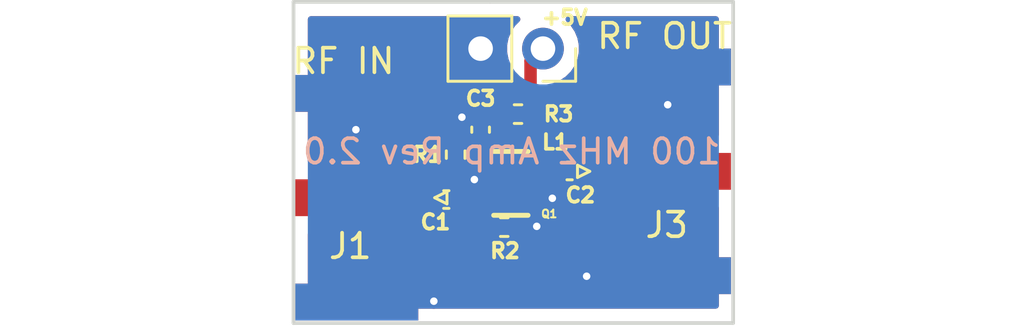
<source format=kicad_pcb>
(kicad_pcb (version 20171130) (host pcbnew "(5.1.10)-1")

  (general
    (thickness 1.6)
    (drawings 10)
    (tracks 52)
    (zones 0)
    (modules 11)
    (nets 8)
  )

  (page A4)
  (layers
    (0 F.Cu signal)
    (31 B.Cu signal)
    (32 B.Adhes user)
    (33 F.Adhes user)
    (34 B.Paste user)
    (35 F.Paste user)
    (36 B.SilkS user)
    (37 F.SilkS user)
    (38 B.Mask user)
    (39 F.Mask user)
    (40 Dwgs.User user)
    (41 Cmts.User user)
    (42 Eco1.User user)
    (43 Eco2.User user)
    (44 Edge.Cuts user)
    (45 Margin user)
    (46 B.CrtYd user)
    (47 F.CrtYd user)
    (48 B.Fab user)
    (49 F.Fab user hide)
  )

  (setup
    (last_trace_width 0.508)
    (trace_clearance 0.6096)
    (zone_clearance 0.508)
    (zone_45_only no)
    (trace_min 0.2)
    (via_size 0.6096)
    (via_drill 0.3048)
    (via_min_size 0.4)
    (via_min_drill 0.3)
    (uvia_size 0.3)
    (uvia_drill 0.1)
    (uvias_allowed no)
    (uvia_min_size 0.2)
    (uvia_min_drill 0.1)
    (edge_width 0.05)
    (segment_width 0.2)
    (pcb_text_width 0.3)
    (pcb_text_size 1.5 1.5)
    (mod_edge_width 0.12)
    (mod_text_size 1 1)
    (mod_text_width 0.15)
    (pad_size 1.7 1.7)
    (pad_drill 1)
    (pad_to_mask_clearance 0)
    (aux_axis_origin 0 0)
    (visible_elements FFFFFF7F)
    (pcbplotparams
      (layerselection 0x010fc_ffffffff)
      (usegerberextensions false)
      (usegerberattributes true)
      (usegerberadvancedattributes true)
      (creategerberjobfile true)
      (excludeedgelayer true)
      (linewidth 0.100000)
      (plotframeref false)
      (viasonmask false)
      (mode 1)
      (useauxorigin false)
      (hpglpennumber 1)
      (hpglpenspeed 20)
      (hpglpendiameter 15.000000)
      (psnegative false)
      (psa4output false)
      (plotreference true)
      (plotvalue true)
      (plotinvisibletext false)
      (padsonsilk false)
      (subtractmaskfromsilk false)
      (outputformat 1)
      (mirror false)
      (drillshape 1)
      (scaleselection 1)
      (outputdirectory ""))
  )

  (net 0 "")
  (net 1 "Net-(C1-Pad2)")
  (net 2 "Net-(C1-Pad1)")
  (net 3 "Net-(C2-Pad2)")
  (net 4 "Net-(C2-Pad1)")
  (net 5 GNDREF)
  (net 6 +5V)
  (net 7 "Net-(C3-Pad2)")

  (net_class Default "This is the default net class."
    (clearance 0.6096)
    (trace_width 0.508)
    (via_dia 0.6096)
    (via_drill 0.3048)
    (uvia_dia 0.3)
    (uvia_drill 0.1)
    (add_net +5V)
    (add_net GNDREF)
    (add_net "Net-(C1-Pad1)")
    (add_net "Net-(C1-Pad2)")
    (add_net "Net-(C2-Pad1)")
    (add_net "Net-(C2-Pad2)")
    (add_net "Net-(C3-Pad2)")
  )

  (module Inductor_SMD:L_0402_1005Metric (layer F.Cu) (tedit 5F68FEF0) (tstamp 62E06503)
    (at 137.818 60.071)
    (descr "Inductor SMD 0402 (1005 Metric), square (rectangular) end terminal, IPC_7351 nominal, (Body size source: http://www.tortai-tech.com/upload/download/2011102023233369053.pdf), generated with kicad-footprint-generator")
    (tags inductor)
    (path /62E22DC6)
    (attr smd)
    (fp_text reference L1 (at 1.501 0) (layer F.SilkS)
      (effects (font (size 0.6 0.6) (thickness 0.15)))
    )
    (fp_text value INDUCTOR (at 0 1.17) (layer F.Fab)
      (effects (font (size 1 1) (thickness 0.15)))
    )
    (fp_text user %R (at 0 0) (layer F.Fab)
      (effects (font (size 0.25 0.25) (thickness 0.04)))
    )
    (fp_line (start -0.5 0.25) (end -0.5 -0.25) (layer F.Fab) (width 0.1))
    (fp_line (start -0.5 -0.25) (end 0.5 -0.25) (layer F.Fab) (width 0.1))
    (fp_line (start 0.5 -0.25) (end 0.5 0.25) (layer F.Fab) (width 0.1))
    (fp_line (start 0.5 0.25) (end -0.5 0.25) (layer F.Fab) (width 0.1))
    (fp_line (start -0.93 0.47) (end -0.93 -0.47) (layer F.CrtYd) (width 0.05))
    (fp_line (start -0.93 -0.47) (end 0.93 -0.47) (layer F.CrtYd) (width 0.05))
    (fp_line (start 0.93 -0.47) (end 0.93 0.47) (layer F.CrtYd) (width 0.05))
    (fp_line (start 0.93 0.47) (end -0.93 0.47) (layer F.CrtYd) (width 0.05))
    (pad 2 smd roundrect (at 0.485 0) (size 0.59 0.64) (layers F.Cu F.Paste F.Mask) (roundrect_rratio 0.25)
      (net 4 "Net-(C2-Pad1)"))
    (pad 1 smd roundrect (at -0.485 0) (size 0.59 0.64) (layers F.Cu F.Paste F.Mask) (roundrect_rratio 0.25)
      (net 7 "Net-(C3-Pad2)"))
    (model ${KISYS3DMOD}/Inductor_SMD.3dshapes/L_0402_1005Metric.wrl
      (at (xyz 0 0 0))
      (scale (xyz 1 1 1))
      (rotate (xyz 0 0 0))
    )
  )

  (module Capacitor_SMD:C_0402_1005Metric (layer F.Cu) (tedit 5F68FEEE) (tstamp 62E06457)
    (at 136.271 59.563 270)
    (descr "Capacitor SMD 0402 (1005 Metric), square (rectangular) end terminal, IPC_7351 nominal, (Body size source: IPC-SM-782 page 76, https://www.pcb-3d.com/wordpress/wp-content/uploads/ipc-sm-782a_amendment_1_and_2.pdf), generated with kicad-footprint-generator")
    (tags capacitor)
    (path /62E24255)
    (attr smd)
    (fp_text reference C3 (at -1.27 0 180) (layer F.SilkS)
      (effects (font (size 0.6 0.6) (thickness 0.15)))
    )
    (fp_text value CAP (at 0 1.16 90) (layer F.Fab)
      (effects (font (size 1 1) (thickness 0.15)))
    )
    (fp_text user %R (at 0 0 90) (layer F.Fab)
      (effects (font (size 0.25 0.25) (thickness 0.04)))
    )
    (fp_line (start -0.5 0.25) (end -0.5 -0.25) (layer F.Fab) (width 0.1))
    (fp_line (start -0.5 -0.25) (end 0.5 -0.25) (layer F.Fab) (width 0.1))
    (fp_line (start 0.5 -0.25) (end 0.5 0.25) (layer F.Fab) (width 0.1))
    (fp_line (start 0.5 0.25) (end -0.5 0.25) (layer F.Fab) (width 0.1))
    (fp_line (start -0.107836 -0.36) (end 0.107836 -0.36) (layer F.SilkS) (width 0.12))
    (fp_line (start -0.107836 0.36) (end 0.107836 0.36) (layer F.SilkS) (width 0.12))
    (fp_line (start -0.91 0.46) (end -0.91 -0.46) (layer F.CrtYd) (width 0.05))
    (fp_line (start -0.91 -0.46) (end 0.91 -0.46) (layer F.CrtYd) (width 0.05))
    (fp_line (start 0.91 -0.46) (end 0.91 0.46) (layer F.CrtYd) (width 0.05))
    (fp_line (start 0.91 0.46) (end -0.91 0.46) (layer F.CrtYd) (width 0.05))
    (pad 2 smd roundrect (at 0.48 0 270) (size 0.56 0.62) (layers F.Cu F.Paste F.Mask) (roundrect_rratio 0.25)
      (net 7 "Net-(C3-Pad2)"))
    (pad 1 smd roundrect (at -0.48 0 270) (size 0.56 0.62) (layers F.Cu F.Paste F.Mask) (roundrect_rratio 0.25)
      (net 5 GNDREF))
    (model ${KISYS3DMOD}/Capacitor_SMD.3dshapes/C_0402_1005Metric.wrl
      (at (xyz 0 0 0))
      (scale (xyz 1 1 1))
      (rotate (xyz 0 0 0))
    )
  )

  (module Resistor_SMD:R_0402_1005Metric (layer F.Cu) (tedit 5F68FEEE) (tstamp 62E055CA)
    (at 137.795 58.928 180)
    (descr "Resistor SMD 0402 (1005 Metric), square (rectangular) end terminal, IPC_7351 nominal, (Body size source: IPC-SM-782 page 72, https://www.pcb-3d.com/wordpress/wp-content/uploads/ipc-sm-782a_amendment_1_and_2.pdf), generated with kicad-footprint-generator")
    (tags resistor)
    (path /62E04B61)
    (attr smd)
    (fp_text reference R3 (at -1.651 0) (layer F.SilkS)
      (effects (font (size 0.6 0.6) (thickness 0.15)))
    )
    (fp_text value Rc (at 0 1.17) (layer F.Fab)
      (effects (font (size 1 1) (thickness 0.15)))
    )
    (fp_text user %R (at 0 0) (layer F.Fab)
      (effects (font (size 0.26 0.26) (thickness 0.04)))
    )
    (fp_line (start -0.525 0.27) (end -0.525 -0.27) (layer F.Fab) (width 0.1))
    (fp_line (start -0.525 -0.27) (end 0.525 -0.27) (layer F.Fab) (width 0.1))
    (fp_line (start 0.525 -0.27) (end 0.525 0.27) (layer F.Fab) (width 0.1))
    (fp_line (start 0.525 0.27) (end -0.525 0.27) (layer F.Fab) (width 0.1))
    (fp_line (start -0.153641 -0.38) (end 0.153641 -0.38) (layer F.SilkS) (width 0.12))
    (fp_line (start -0.153641 0.38) (end 0.153641 0.38) (layer F.SilkS) (width 0.12))
    (fp_line (start -0.93 0.47) (end -0.93 -0.47) (layer F.CrtYd) (width 0.05))
    (fp_line (start -0.93 -0.47) (end 0.93 -0.47) (layer F.CrtYd) (width 0.05))
    (fp_line (start 0.93 -0.47) (end 0.93 0.47) (layer F.CrtYd) (width 0.05))
    (fp_line (start 0.93 0.47) (end -0.93 0.47) (layer F.CrtYd) (width 0.05))
    (pad 2 smd roundrect (at 0.51 0 180) (size 0.54 0.64) (layers F.Cu F.Paste F.Mask) (roundrect_rratio 0.25)
      (net 7 "Net-(C3-Pad2)"))
    (pad 1 smd roundrect (at -0.51 0 180) (size 0.54 0.64) (layers F.Cu F.Paste F.Mask) (roundrect_rratio 0.25)
      (net 6 +5V))
    (model ${KISYS3DMOD}/Resistor_SMD.3dshapes/R_0402_1005Metric.wrl
      (at (xyz 0 0 0))
      (scale (xyz 1 1 1))
      (rotate (xyz 0 0 0))
    )
  )

  (module Resistor_SMD:R_0402_1005Metric (layer F.Cu) (tedit 5F68FEEE) (tstamp 62E055B9)
    (at 137.23366 63.53048)
    (descr "Resistor SMD 0402 (1005 Metric), square (rectangular) end terminal, IPC_7351 nominal, (Body size source: IPC-SM-782 page 72, https://www.pcb-3d.com/wordpress/wp-content/uploads/ipc-sm-782a_amendment_1_and_2.pdf), generated with kicad-footprint-generator")
    (tags resistor)
    (path /62E0370B)
    (attr smd)
    (fp_text reference R2 (at 0.03048 0.96774 180) (layer F.SilkS)
      (effects (font (size 0.6 0.6) (thickness 0.15)))
    )
    (fp_text value RB2 (at 0 1.17) (layer F.Fab)
      (effects (font (size 1 1) (thickness 0.15)))
    )
    (fp_text user %R (at 0 0) (layer F.Fab)
      (effects (font (size 0.26 0.26) (thickness 0.04)))
    )
    (fp_line (start -0.525 0.27) (end -0.525 -0.27) (layer F.Fab) (width 0.1))
    (fp_line (start -0.525 -0.27) (end 0.525 -0.27) (layer F.Fab) (width 0.1))
    (fp_line (start 0.525 -0.27) (end 0.525 0.27) (layer F.Fab) (width 0.1))
    (fp_line (start 0.525 0.27) (end -0.525 0.27) (layer F.Fab) (width 0.1))
    (fp_line (start -0.153641 -0.38) (end 0.153641 -0.38) (layer F.SilkS) (width 0.12))
    (fp_line (start -0.153641 0.38) (end 0.153641 0.38) (layer F.SilkS) (width 0.12))
    (fp_line (start -0.93 0.47) (end -0.93 -0.47) (layer F.CrtYd) (width 0.05))
    (fp_line (start -0.93 -0.47) (end 0.93 -0.47) (layer F.CrtYd) (width 0.05))
    (fp_line (start 0.93 -0.47) (end 0.93 0.47) (layer F.CrtYd) (width 0.05))
    (fp_line (start 0.93 0.47) (end -0.93 0.47) (layer F.CrtYd) (width 0.05))
    (pad 2 smd roundrect (at 0.51 0) (size 0.54 0.64) (layers F.Cu F.Paste F.Mask) (roundrect_rratio 0.25)
      (net 5 GNDREF))
    (pad 1 smd roundrect (at -0.51 0) (size 0.54 0.64) (layers F.Cu F.Paste F.Mask) (roundrect_rratio 0.25)
      (net 1 "Net-(C1-Pad2)"))
    (model ${KISYS3DMOD}/Resistor_SMD.3dshapes/R_0402_1005Metric.wrl
      (at (xyz 0 0 0))
      (scale (xyz 1 1 1))
      (rotate (xyz 0 0 0))
    )
  )

  (module Resistor_SMD:R_0402_1005Metric (layer F.Cu) (tedit 5F68FEEE) (tstamp 62E055A8)
    (at 135.255 60.579 270)
    (descr "Resistor SMD 0402 (1005 Metric), square (rectangular) end terminal, IPC_7351 nominal, (Body size source: IPC-SM-782 page 72, https://www.pcb-3d.com/wordpress/wp-content/uploads/ipc-sm-782a_amendment_1_and_2.pdf), generated with kicad-footprint-generator")
    (tags resistor)
    (path /62E045B5)
    (attr smd)
    (fp_text reference R1 (at 0 1.143 180) (layer F.SilkS)
      (effects (font (size 0.6 0.6) (thickness 0.15)))
    )
    (fp_text value RB1 (at 0 1.17 90) (layer F.Fab)
      (effects (font (size 1 1) (thickness 0.15)))
    )
    (fp_text user %R (at 0 0 90) (layer F.Fab)
      (effects (font (size 0.26 0.26) (thickness 0.04)))
    )
    (fp_line (start -0.525 0.27) (end -0.525 -0.27) (layer F.Fab) (width 0.1))
    (fp_line (start -0.525 -0.27) (end 0.525 -0.27) (layer F.Fab) (width 0.1))
    (fp_line (start 0.525 -0.27) (end 0.525 0.27) (layer F.Fab) (width 0.1))
    (fp_line (start 0.525 0.27) (end -0.525 0.27) (layer F.Fab) (width 0.1))
    (fp_line (start -0.153641 -0.38) (end 0.153641 -0.38) (layer F.SilkS) (width 0.12))
    (fp_line (start -0.153641 0.38) (end 0.153641 0.38) (layer F.SilkS) (width 0.12))
    (fp_line (start -0.93 0.47) (end -0.93 -0.47) (layer F.CrtYd) (width 0.05))
    (fp_line (start -0.93 -0.47) (end 0.93 -0.47) (layer F.CrtYd) (width 0.05))
    (fp_line (start 0.93 -0.47) (end 0.93 0.47) (layer F.CrtYd) (width 0.05))
    (fp_line (start 0.93 0.47) (end -0.93 0.47) (layer F.CrtYd) (width 0.05))
    (pad 2 smd roundrect (at 0.51 0 270) (size 0.54 0.64) (layers F.Cu F.Paste F.Mask) (roundrect_rratio 0.25)
      (net 1 "Net-(C1-Pad2)"))
    (pad 1 smd roundrect (at -0.51 0 270) (size 0.54 0.64) (layers F.Cu F.Paste F.Mask) (roundrect_rratio 0.25)
      (net 7 "Net-(C3-Pad2)"))
    (model ${KISYS3DMOD}/Resistor_SMD.3dshapes/R_0402_1005Metric.wrl
      (at (xyz 0 0 0))
      (scale (xyz 1 1 1))
      (rotate (xyz 0 0 0))
    )
  )

  (module "EPIC PARTS:SOT343" (layer F.Cu) (tedit 62DFF902) (tstamp 62E05597)
    (at 137.5029 61.74994 90)
    (path /62DFF254)
    (fp_text reference Q1 (at -1.24206 1.5621) (layer F.SilkS)
      (effects (font (size 0.315479 0.315479) (thickness 0.07887)))
    )
    (fp_text value 4_Pin_NPN (at 0.14506 -0.005002 90) (layer F.Fab)
      (effects (font (size 0.315094 0.315094) (thickness 0.05)))
    )
    (fp_line (start 1.3 0.7) (end 1.3 -0.7) (layer F.SilkS) (width 0.2))
    (fp_line (start -1.3 0.7) (end -1.3 -0.7) (layer F.SilkS) (width 0.2))
    (pad 2 smd rect (at -0.65 0.8 90) (size 0.6 0.8) (layers F.Cu F.Paste F.Mask)
      (net 5 GNDREF))
    (pad 1 smd rect (at 0.5 0.8 90) (size 0.9 0.8) (layers F.Cu F.Paste F.Mask)
      (net 4 "Net-(C2-Pad1)"))
    (pad 4 smd rect (at 0.65 -0.8 90) (size 0.6 0.8) (layers F.Cu F.Paste F.Mask)
      (net 5 GNDREF))
    (pad 3 smd rect (at -0.65 -0.8 90) (size 0.6 0.8) (layers F.Cu F.Paste F.Mask)
      (net 1 "Net-(C1-Pad2)"))
  )

  (module Connector_Coaxial:SMA_Amphenol_132289_EdgeMount (layer F.Cu) (tedit 5A1C1810) (tstamp 62E0558D)
    (at 143.92656 61.25972)
    (descr http://www.amphenolrf.com/132289.html)
    (tags SMA)
    (path /62E0C60F)
    (attr smd)
    (fp_text reference J3 (at -0.07366 2.18694 180) (layer F.SilkS)
      (effects (font (size 1 1) (thickness 0.15)))
    )
    (fp_text value OUT (at 5 6) (layer F.Fab)
      (effects (font (size 1 1) (thickness 0.15)))
    )
    (fp_text user %R (at 4.79 0 270) (layer F.Fab)
      (effects (font (size 1 1) (thickness 0.15)))
    )
    (fp_line (start -3.71 0.25) (end -3.21 0) (layer F.SilkS) (width 0.12))
    (fp_line (start -3.71 -0.25) (end -3.71 0.25) (layer F.SilkS) (width 0.12))
    (fp_line (start -3.21 0) (end -3.71 -0.25) (layer F.SilkS) (width 0.12))
    (fp_line (start 3.54 0) (end 2.54 0.75) (layer F.Fab) (width 0.1))
    (fp_line (start 2.54 -0.75) (end 3.54 0) (layer F.Fab) (width 0.1))
    (fp_line (start 14.47 -5.58) (end -3.04 -5.58) (layer F.CrtYd) (width 0.05))
    (fp_line (start 14.47 -5.58) (end 14.47 5.58) (layer F.CrtYd) (width 0.05))
    (fp_line (start 14.47 5.58) (end -3.04 5.58) (layer F.CrtYd) (width 0.05))
    (fp_line (start -3.04 5.58) (end -3.04 -5.58) (layer F.CrtYd) (width 0.05))
    (fp_line (start 14.47 -5.58) (end -3.04 -5.58) (layer B.CrtYd) (width 0.05))
    (fp_line (start 14.47 -5.58) (end 14.47 5.58) (layer B.CrtYd) (width 0.05))
    (fp_line (start 14.47 5.58) (end -3.04 5.58) (layer B.CrtYd) (width 0.05))
    (fp_line (start -3.04 5.58) (end -3.04 -5.58) (layer B.CrtYd) (width 0.05))
    (fp_line (start 4.445 -3.81) (end 13.97 -3.81) (layer F.Fab) (width 0.1))
    (fp_line (start 13.97 -3.81) (end 13.97 3.81) (layer F.Fab) (width 0.1))
    (fp_line (start 13.97 3.81) (end 4.445 3.81) (layer F.Fab) (width 0.1))
    (fp_line (start 4.445 5.08) (end 4.445 3.81) (layer F.Fab) (width 0.1))
    (fp_line (start 4.445 -3.81) (end 4.445 -5.08) (layer F.Fab) (width 0.1))
    (fp_line (start -1.91 -5.08) (end 4.445 -5.08) (layer F.Fab) (width 0.1))
    (fp_line (start -1.91 -5.08) (end -1.91 -3.81) (layer F.Fab) (width 0.1))
    (fp_line (start -1.91 -3.81) (end 2.54 -3.81) (layer F.Fab) (width 0.1))
    (fp_line (start 2.54 -3.81) (end 2.54 3.81) (layer F.Fab) (width 0.1))
    (fp_line (start 2.54 3.81) (end -1.91 3.81) (layer F.Fab) (width 0.1))
    (fp_line (start -1.91 3.81) (end -1.91 5.08) (layer F.Fab) (width 0.1))
    (fp_line (start -1.91 5.08) (end 4.445 5.08) (layer F.Fab) (width 0.1))
    (pad 1 smd rect (at 0 0 90) (size 1.5 5.08) (layers F.Cu F.Paste F.Mask)
      (net 3 "Net-(C2-Pad2)"))
    (pad 2 smd rect (at 0 -4.25 90) (size 1.5 5.08) (layers F.Cu F.Paste F.Mask)
      (net 5 GNDREF))
    (pad 2 smd rect (at 0 4.25 90) (size 1.5 5.08) (layers F.Cu F.Paste F.Mask)
      (net 5 GNDREF))
    (pad 2 smd rect (at 0 -4.25 90) (size 1.5 5.08) (layers B.Cu B.Paste B.Mask)
      (net 5 GNDREF))
    (pad 2 smd rect (at 0 4.25 90) (size 1.5 5.08) (layers B.Cu B.Paste B.Mask)
      (net 5 GNDREF))
    (model ${KISYS3DMOD}/Connector_Coaxial.3dshapes/SMA_Amphenol_132289_EdgeMount.wrl
      (at (xyz 0 0 0))
      (scale (xyz 1 1 1))
      (rotate (xyz 0 0 0))
    )
  )

  (module Connector_PinSocket_2.54mm:PinSocket_1x02_P2.54mm_Vertical (layer F.Cu) (tedit 62DFFB85) (tstamp 62E0556A)
    (at 138.811 56.261 270)
    (descr "Through hole straight socket strip, 1x02, 2.54mm pitch, single row (from Kicad 4.0.7), script generated")
    (tags "Through hole socket strip THT 1x02 2.54mm single row")
    (path /62E07986)
    (fp_text reference +5V (at -1.27 -0.889) (layer F.SilkS)
      (effects (font (size 0.6 0.6) (thickness 0.15)))
    )
    (fp_text value Conn_01x02_Male (at 0 5.31 90) (layer F.Fab)
      (effects (font (size 1 1) (thickness 0.15)))
    )
    (fp_text user %R (at 0 1.27) (layer F.Fab)
      (effects (font (size 1 1) (thickness 0.15)))
    )
    (fp_line (start -1.27 -1.27) (end 0.635 -1.27) (layer F.Fab) (width 0.1))
    (fp_line (start 0.635 -1.27) (end 1.27 -0.635) (layer F.Fab) (width 0.1))
    (fp_line (start 1.27 -0.635) (end 1.27 3.81) (layer F.Fab) (width 0.1))
    (fp_line (start 1.27 3.81) (end -1.27 3.81) (layer F.Fab) (width 0.1))
    (fp_line (start -1.27 3.81) (end -1.27 -1.27) (layer F.Fab) (width 0.1))
    (fp_line (start -1.33 1.27) (end 1.33 1.27) (layer F.SilkS) (width 0.12))
    (fp_line (start -1.33 1.27) (end -1.33 3.87) (layer F.SilkS) (width 0.12))
    (fp_line (start -1.33 3.87) (end 1.33 3.87) (layer F.SilkS) (width 0.12))
    (fp_line (start 1.33 1.27) (end 1.33 3.87) (layer F.SilkS) (width 0.12))
    (fp_line (start 1.33 -1.33) (end 1.33 0) (layer F.SilkS) (width 0.12))
    (fp_line (start 0 -1.33) (end 1.33 -1.33) (layer F.SilkS) (width 0.12))
    (fp_line (start -1.8 -1.8) (end 1.75 -1.8) (layer F.CrtYd) (width 0.05))
    (fp_line (start 1.75 -1.8) (end 1.75 4.3) (layer F.CrtYd) (width 0.05))
    (fp_line (start 1.75 4.3) (end -1.8 4.3) (layer F.CrtYd) (width 0.05))
    (fp_line (start -1.8 4.3) (end -1.8 -1.8) (layer F.CrtYd) (width 0.05))
    (pad 2 thru_hole oval (at 0 2.54 270) (size 1.7 1.7) (drill 1) (layers *.Cu *.Mask)
      (net 5 GNDREF))
    (pad 1 thru_hole circle (at 0 0 270) (size 1.7 1.7) (drill 1) (layers *.Cu *.Mask)
      (net 6 +5V))
    (model ${KISYS3DMOD}/Connector_PinSocket_2.54mm.3dshapes/PinSocket_1x02_P2.54mm_Vertical.wrl
      (at (xyz 0 0 0))
      (scale (xyz 1 1 1))
      (rotate (xyz 0 0 0))
    )
  )

  (module Connector_Coaxial:SMA_Amphenol_132289_EdgeMount (layer F.Cu) (tedit 5A1C1810) (tstamp 62E05554)
    (at 131.191 62.33414 180)
    (descr http://www.amphenolrf.com/132289.html)
    (tags SMA)
    (path /62E0D90F)
    (attr smd)
    (fp_text reference J1 (at 0.2286 -1.97104 180) (layer F.SilkS)
      (effects (font (size 1 1) (thickness 0.15)))
    )
    (fp_text value IN (at 5 6) (layer F.Fab)
      (effects (font (size 1 1) (thickness 0.15)))
    )
    (fp_text user %R (at 4.79 0 270) (layer F.Fab)
      (effects (font (size 1 1) (thickness 0.15)))
    )
    (fp_line (start -3.71 0.25) (end -3.21 0) (layer F.SilkS) (width 0.12))
    (fp_line (start -3.71 -0.25) (end -3.71 0.25) (layer F.SilkS) (width 0.12))
    (fp_line (start -3.21 0) (end -3.71 -0.25) (layer F.SilkS) (width 0.12))
    (fp_line (start 3.54 0) (end 2.54 0.75) (layer F.Fab) (width 0.1))
    (fp_line (start 2.54 -0.75) (end 3.54 0) (layer F.Fab) (width 0.1))
    (fp_line (start 14.47 -5.58) (end -3.04 -5.58) (layer F.CrtYd) (width 0.05))
    (fp_line (start 14.47 -5.58) (end 14.47 5.58) (layer F.CrtYd) (width 0.05))
    (fp_line (start 14.47 5.58) (end -3.04 5.58) (layer F.CrtYd) (width 0.05))
    (fp_line (start -3.04 5.58) (end -3.04 -5.58) (layer F.CrtYd) (width 0.05))
    (fp_line (start 14.47 -5.58) (end -3.04 -5.58) (layer B.CrtYd) (width 0.05))
    (fp_line (start 14.47 -5.58) (end 14.47 5.58) (layer B.CrtYd) (width 0.05))
    (fp_line (start 14.47 5.58) (end -3.04 5.58) (layer B.CrtYd) (width 0.05))
    (fp_line (start -3.04 5.58) (end -3.04 -5.58) (layer B.CrtYd) (width 0.05))
    (fp_line (start 4.445 -3.81) (end 13.97 -3.81) (layer F.Fab) (width 0.1))
    (fp_line (start 13.97 -3.81) (end 13.97 3.81) (layer F.Fab) (width 0.1))
    (fp_line (start 13.97 3.81) (end 4.445 3.81) (layer F.Fab) (width 0.1))
    (fp_line (start 4.445 5.08) (end 4.445 3.81) (layer F.Fab) (width 0.1))
    (fp_line (start 4.445 -3.81) (end 4.445 -5.08) (layer F.Fab) (width 0.1))
    (fp_line (start -1.91 -5.08) (end 4.445 -5.08) (layer F.Fab) (width 0.1))
    (fp_line (start -1.91 -5.08) (end -1.91 -3.81) (layer F.Fab) (width 0.1))
    (fp_line (start -1.91 -3.81) (end 2.54 -3.81) (layer F.Fab) (width 0.1))
    (fp_line (start 2.54 -3.81) (end 2.54 3.81) (layer F.Fab) (width 0.1))
    (fp_line (start 2.54 3.81) (end -1.91 3.81) (layer F.Fab) (width 0.1))
    (fp_line (start -1.91 3.81) (end -1.91 5.08) (layer F.Fab) (width 0.1))
    (fp_line (start -1.91 5.08) (end 4.445 5.08) (layer F.Fab) (width 0.1))
    (pad 1 smd rect (at 0 0 270) (size 1.5 5.08) (layers F.Cu F.Paste F.Mask)
      (net 2 "Net-(C1-Pad1)"))
    (pad 2 smd rect (at 0 -4.25 270) (size 1.5 5.08) (layers F.Cu F.Paste F.Mask)
      (net 5 GNDREF))
    (pad 2 smd rect (at 0 4.25 270) (size 1.5 5.08) (layers F.Cu F.Paste F.Mask)
      (net 5 GNDREF))
    (pad 2 smd rect (at 0 -4.25 270) (size 1.5 5.08) (layers B.Cu B.Paste B.Mask)
      (net 5 GNDREF))
    (pad 2 smd rect (at 0 4.25 270) (size 1.5 5.08) (layers B.Cu B.Paste B.Mask)
      (net 5 GNDREF))
    (model ${KISYS3DMOD}/Connector_Coaxial.3dshapes/SMA_Amphenol_132289_EdgeMount.wrl
      (at (xyz 0 0 0))
      (scale (xyz 1 1 1))
      (rotate (xyz 0 0 0))
    )
  )

  (module Capacitor_SMD:C_0402_1005Metric (layer F.Cu) (tedit 5F68FEEE) (tstamp 62E05531)
    (at 139.89558 61.24448)
    (descr "Capacitor SMD 0402 (1005 Metric), square (rectangular) end terminal, IPC_7351 nominal, (Body size source: IPC-SM-782 page 76, https://www.pcb-3d.com/wordpress/wp-content/uploads/ipc-sm-782a_amendment_1_and_2.pdf), generated with kicad-footprint-generator")
    (tags capacitor)
    (path /62E01B50)
    (attr smd)
    (fp_text reference C2 (at 0.43942 0.98552) (layer F.SilkS)
      (effects (font (size 0.6 0.6) (thickness 0.15)))
    )
    (fp_text value CAP (at 0 1.16) (layer F.Fab)
      (effects (font (size 1 1) (thickness 0.15)))
    )
    (fp_text user %R (at 0 0) (layer F.Fab)
      (effects (font (size 0.25 0.25) (thickness 0.04)))
    )
    (fp_line (start -0.5 0.25) (end -0.5 -0.25) (layer F.Fab) (width 0.1))
    (fp_line (start -0.5 -0.25) (end 0.5 -0.25) (layer F.Fab) (width 0.1))
    (fp_line (start 0.5 -0.25) (end 0.5 0.25) (layer F.Fab) (width 0.1))
    (fp_line (start 0.5 0.25) (end -0.5 0.25) (layer F.Fab) (width 0.1))
    (fp_line (start -0.107836 -0.36) (end 0.107836 -0.36) (layer F.SilkS) (width 0.12))
    (fp_line (start -0.107836 0.36) (end 0.107836 0.36) (layer F.SilkS) (width 0.12))
    (fp_line (start -0.91 0.46) (end -0.91 -0.46) (layer F.CrtYd) (width 0.05))
    (fp_line (start -0.91 -0.46) (end 0.91 -0.46) (layer F.CrtYd) (width 0.05))
    (fp_line (start 0.91 -0.46) (end 0.91 0.46) (layer F.CrtYd) (width 0.05))
    (fp_line (start 0.91 0.46) (end -0.91 0.46) (layer F.CrtYd) (width 0.05))
    (pad 2 smd roundrect (at 0.48 0) (size 0.56 0.62) (layers F.Cu F.Paste F.Mask) (roundrect_rratio 0.25)
      (net 3 "Net-(C2-Pad2)"))
    (pad 1 smd roundrect (at -0.48 0) (size 0.56 0.62) (layers F.Cu F.Paste F.Mask) (roundrect_rratio 0.25)
      (net 4 "Net-(C2-Pad1)"))
    (model ${KISYS3DMOD}/Capacitor_SMD.3dshapes/C_0402_1005Metric.wrl
      (at (xyz 0 0 0))
      (scale (xyz 1 1 1))
      (rotate (xyz 0 0 0))
    )
  )

  (module Capacitor_SMD:C_0402_1005Metric (layer F.Cu) (tedit 5F68FEEE) (tstamp 62E05520)
    (at 134.874 62.4078)
    (descr "Capacitor SMD 0402 (1005 Metric), square (rectangular) end terminal, IPC_7351 nominal, (Body size source: IPC-SM-782 page 76, https://www.pcb-3d.com/wordpress/wp-content/uploads/ipc-sm-782a_amendment_1_and_2.pdf), generated with kicad-footprint-generator")
    (tags capacitor)
    (path /62E034C3)
    (attr smd)
    (fp_text reference C1 (at -0.44202 0.91948) (layer F.SilkS)
      (effects (font (size 0.6 0.6) (thickness 0.15)))
    )
    (fp_text value CAP (at 0 1.16) (layer F.Fab)
      (effects (font (size 1 1) (thickness 0.15)))
    )
    (fp_text user %R (at 0 0) (layer F.Fab)
      (effects (font (size 0.25 0.25) (thickness 0.04)))
    )
    (fp_line (start -0.5 0.25) (end -0.5 -0.25) (layer F.Fab) (width 0.1))
    (fp_line (start -0.5 -0.25) (end 0.5 -0.25) (layer F.Fab) (width 0.1))
    (fp_line (start 0.5 -0.25) (end 0.5 0.25) (layer F.Fab) (width 0.1))
    (fp_line (start 0.5 0.25) (end -0.5 0.25) (layer F.Fab) (width 0.1))
    (fp_line (start -0.107836 -0.36) (end 0.107836 -0.36) (layer F.SilkS) (width 0.12))
    (fp_line (start -0.107836 0.36) (end 0.107836 0.36) (layer F.SilkS) (width 0.12))
    (fp_line (start -0.91 0.46) (end -0.91 -0.46) (layer F.CrtYd) (width 0.05))
    (fp_line (start -0.91 -0.46) (end 0.91 -0.46) (layer F.CrtYd) (width 0.05))
    (fp_line (start 0.91 -0.46) (end 0.91 0.46) (layer F.CrtYd) (width 0.05))
    (fp_line (start 0.91 0.46) (end -0.91 0.46) (layer F.CrtYd) (width 0.05))
    (pad 2 smd roundrect (at 0.48 0) (size 0.56 0.62) (layers F.Cu F.Paste F.Mask) (roundrect_rratio 0.25)
      (net 1 "Net-(C1-Pad2)"))
    (pad 1 smd roundrect (at -0.48 0) (size 0.56 0.62) (layers F.Cu F.Paste F.Mask) (roundrect_rratio 0.25)
      (net 2 "Net-(C1-Pad1)"))
    (model ${KISYS3DMOD}/Capacitor_SMD.3dshapes/C_0402_1005Metric.wrl
      (at (xyz 0 0 0))
      (scale (xyz 1 1 1))
      (rotate (xyz 0 0 0))
    )
  )

  (gr_text "RF IN" (at 130.683 56.769) (layer F.SilkS)
    (effects (font (size 1 1) (thickness 0.15)))
  )
  (gr_text "RF OUT\n" (at 143.764 55.753) (layer F.SilkS)
    (effects (font (size 1 1) (thickness 0.15)))
  )
  (gr_text "100 MHz Amp Rev 2.0" (at 137.541 60.452) (layer B.SilkS)
    (effects (font (size 1 1) (thickness 0.15)) (justify mirror))
  )
  (gr_line (start 128.651 67.437) (end 128.651 54.356) (layer Edge.Cuts) (width 0.15))
  (gr_line (start 136.652 54.356) (end 128.651 54.356) (layer Edge.Cuts) (width 0.15))
  (gr_line (start 146.431 54.356) (end 146.558 54.356) (layer Dwgs.User) (width 0.15) (tstamp 62E05D61))
  (gr_line (start 146.558 54.356) (end 146.431 54.356) (layer Dwgs.User) (width 0.15))
  (gr_line (start 136.652 54.356) (end 146.558 54.356) (layer Edge.Cuts) (width 0.15))
  (gr_line (start 146.558 67.437) (end 146.558 54.356) (layer Edge.Cuts) (width 0.15))
  (gr_line (start 128.651 67.437) (end 146.558 67.437) (layer Edge.Cuts) (width 0.15))

  (segment (start 135.255 62.3088) (end 135.354 62.4078) (width 0.508) (layer F.Cu) (net 1))
  (segment (start 135.255 61.089) (end 135.255 62.3088) (width 0.508) (layer F.Cu) (net 1))
  (segment (start 135.36186 62.39994) (end 135.354 62.4078) (width 0.508) (layer F.Cu) (net 1))
  (segment (start 136.7029 62.39994) (end 135.36186 62.39994) (width 0.508) (layer F.Cu) (net 1))
  (segment (start 136.7029 63.50972) (end 136.72366 63.53048) (width 0.508) (layer F.Cu) (net 1))
  (segment (start 136.7029 62.39994) (end 136.7029 63.50972) (width 0.508) (layer F.Cu) (net 1))
  (segment (start 131.26466 62.4078) (end 131.191 62.33414) (width 0.508) (layer F.Cu) (net 2))
  (segment (start 134.394 62.4078) (end 131.26466 62.4078) (width 0.508) (layer F.Cu) (net 2))
  (segment (start 143.91132 61.24448) (end 143.92656 61.25972) (width 0.508) (layer F.Cu) (net 3))
  (segment (start 140.37558 61.24448) (end 143.91132 61.24448) (width 0.508) (layer F.Cu) (net 3))
  (segment (start 138.303 61.24984) (end 138.3029 61.24994) (width 0.508) (layer F.Cu) (net 4))
  (segment (start 138.303 60.071) (end 138.303 61.24984) (width 0.508) (layer F.Cu) (net 4))
  (segment (start 139.41012 61.24994) (end 139.41558 61.24448) (width 0.508) (layer F.Cu) (net 4))
  (segment (start 138.3029 61.24994) (end 139.41012 61.24994) (width 0.508) (layer F.Cu) (net 4))
  (via (at 138.557 63.5) (size 0.6096) (drill 0.3048) (layers F.Cu B.Cu) (net 5))
  (segment (start 138.52652 63.53048) (end 138.557 63.5) (width 0.508) (layer F.Cu) (net 5))
  (segment (start 137.74366 63.53048) (end 138.52652 63.53048) (width 0.508) (layer F.Cu) (net 5))
  (via (at 139.192 62.357) (size 0.6096) (drill 0.3048) (layers F.Cu B.Cu) (net 5))
  (segment (start 139.14906 62.39994) (end 139.192 62.357) (width 0.508) (layer F.Cu) (net 5))
  (segment (start 138.3029 62.39994) (end 139.14906 62.39994) (width 0.508) (layer F.Cu) (net 5))
  (via (at 140.589 65.532) (size 0.6096) (drill 0.3048) (layers F.Cu B.Cu) (net 5))
  (segment (start 140.61128 65.50972) (end 140.589 65.532) (width 0.508) (layer B.Cu) (net 5))
  (segment (start 143.92656 65.50972) (end 140.61128 65.50972) (width 0.508) (layer B.Cu) (net 5))
  (segment (start 143.90428 65.532) (end 143.92656 65.50972) (width 0.508) (layer F.Cu) (net 5))
  (segment (start 140.589 65.532) (end 143.90428 65.532) (width 0.508) (layer F.Cu) (net 5))
  (via (at 143.891 58.547) (size 0.6096) (drill 0.3048) (layers F.Cu B.Cu) (net 5))
  (segment (start 143.92656 58.51144) (end 143.891 58.547) (width 0.508) (layer F.Cu) (net 5))
  (segment (start 143.92656 57.00972) (end 143.92656 58.51144) (width 0.508) (layer F.Cu) (net 5))
  (segment (start 143.891 57.04528) (end 143.92656 57.00972) (width 0.508) (layer B.Cu) (net 5))
  (segment (start 143.891 58.547) (end 143.891 57.04528) (width 0.508) (layer B.Cu) (net 5))
  (via (at 131.191 59.563) (size 0.6096) (drill 0.3048) (layers F.Cu B.Cu) (net 5))
  (segment (start 131.191 58.08414) (end 131.191 59.563) (width 0.508) (layer B.Cu) (net 5))
  (segment (start 131.191 59.563) (end 131.191 58.08414) (width 0.508) (layer F.Cu) (net 5))
  (via (at 134.366 66.548) (size 0.6096) (drill 0.3048) (layers F.Cu B.Cu) (net 5))
  (segment (start 134.32986 66.58414) (end 134.366 66.548) (width 0.508) (layer F.Cu) (net 5))
  (segment (start 131.191 66.58414) (end 134.32986 66.58414) (width 0.508) (layer F.Cu) (net 5))
  (segment (start 131.22714 66.548) (end 131.191 66.58414) (width 0.508) (layer B.Cu) (net 5))
  (segment (start 134.366 66.548) (end 131.22714 66.548) (width 0.508) (layer B.Cu) (net 5))
  (via (at 135.509 59.055) (size 0.6096) (drill 0.3048) (layers F.Cu B.Cu) (net 5))
  (segment (start 135.537 59.083) (end 135.509 59.055) (width 0.508) (layer F.Cu) (net 5))
  (segment (start 136.271 59.083) (end 135.537 59.083) (width 0.508) (layer F.Cu) (net 5))
  (segment (start 136.51206 61.09994) (end 136.017 61.595) (width 0.508) (layer F.Cu) (net 5))
  (via (at 136.017 61.595) (size 0.6096) (drill 0.3048) (layers F.Cu B.Cu) (net 5))
  (segment (start 136.7029 61.09994) (end 136.51206 61.09994) (width 0.508) (layer F.Cu) (net 5))
  (segment (start 138.305 56.767) (end 138.811 56.261) (width 0.508) (layer F.Cu) (net 6))
  (segment (start 138.305 58.928) (end 138.305 56.767) (width 0.508) (layer F.Cu) (net 6))
  (segment (start 136.245 60.069) (end 136.271 60.043) (width 0.508) (layer F.Cu) (net 7))
  (segment (start 135.255 60.069) (end 136.245 60.069) (width 0.508) (layer F.Cu) (net 7))
  (segment (start 137.305 60.043) (end 137.333 60.071) (width 0.508) (layer F.Cu) (net 7))
  (segment (start 136.271 60.043) (end 137.305 60.043) (width 0.508) (layer F.Cu) (net 7))
  (segment (start 137.333 58.976) (end 137.285 58.928) (width 0.508) (layer F.Cu) (net 7))
  (segment (start 137.333 60.071) (end 137.333 58.976) (width 0.508) (layer F.Cu) (net 7))

  (zone (net 5) (net_name GNDREF) (layer F.Cu) (tstamp 62E06FE4) (hatch edge 0.508)
    (connect_pads yes (clearance 0.508))
    (min_thickness 0.254)
    (fill yes (arc_segments 32) (thermal_gap 0.508) (thermal_bridge_width 0.508))
    (polygon
      (pts
        (xy 146.558 67.437) (xy 128.651 67.437) (xy 128.651 54.356) (xy 146.558 54.356)
      )
    )
    (filled_polygon
      (pts
        (xy 139.898756 62.227646) (xy 140.063869 62.277732) (xy 140.23558 62.294644) (xy 140.51558 62.294644) (xy 140.687291 62.277732)
        (xy 140.697204 62.274725) (xy 140.702738 62.292969) (xy 140.771136 62.420933) (xy 140.863185 62.533095) (xy 140.975347 62.625144)
        (xy 141.103311 62.693542) (xy 141.242161 62.735662) (xy 141.38656 62.749884) (xy 145.848 62.749884) (xy 145.848 66.727)
        (xy 129.361 66.727) (xy 129.361 63.824304) (xy 133.731 63.824304) (xy 133.875399 63.810082) (xy 134.014249 63.767962)
        (xy 134.142213 63.699564) (xy 134.254375 63.607515) (xy 134.346424 63.495353) (xy 134.366409 63.457964) (xy 134.534 63.457964)
        (xy 134.705711 63.441052) (xy 134.870824 63.390966) (xy 134.874 63.389268) (xy 134.877176 63.390966) (xy 135.042289 63.441052)
        (xy 135.214 63.457964) (xy 135.494 63.457964) (xy 135.665711 63.441052) (xy 135.712301 63.426919) (xy 135.712301 63.461056)
        (xy 135.707508 63.50972) (xy 135.712301 63.558385) (xy 135.713496 63.570518) (xy 135.713496 63.71548) (xy 135.730312 63.886216)
        (xy 135.780114 64.050391) (xy 135.860988 64.201695) (xy 135.969826 64.334314) (xy 136.102445 64.443152) (xy 136.253749 64.524026)
        (xy 136.417924 64.573828) (xy 136.58866 64.590644) (xy 136.85866 64.590644) (xy 137.029396 64.573828) (xy 137.193571 64.524026)
        (xy 137.344875 64.443152) (xy 137.477494 64.334314) (xy 137.586332 64.201695) (xy 137.667206 64.050391) (xy 137.717008 63.886216)
        (xy 137.733824 63.71548) (xy 137.733824 63.34548) (xy 137.717008 63.174744) (xy 137.703279 63.129485) (xy 137.718324 63.111153)
        (xy 137.786722 62.983189) (xy 137.828842 62.844339) (xy 137.843064 62.69994) (xy 137.843064 62.434211) (xy 137.9029 62.440104)
        (xy 138.7029 62.440104) (xy 138.847299 62.425882) (xy 138.986149 62.383762) (xy 139.114113 62.315364) (xy 139.153957 62.282665)
        (xy 139.27558 62.294644) (xy 139.55558 62.294644) (xy 139.727291 62.277732) (xy 139.892404 62.227646) (xy 139.89558 62.225948)
      )
    )
    (filled_polygon
      (pts
        (xy 136.845806 61.063595) (xy 137.012325 61.114108) (xy 137.162736 61.128922) (xy 137.162736 61.365669) (xy 137.1029 61.359776)
        (xy 136.3029 61.359776) (xy 136.30178 61.359886) (xy 136.315164 61.224) (xy 136.315164 61.063164) (xy 136.441 61.063164)
        (xy 136.612711 61.046252) (xy 136.654419 61.0336) (xy 136.789689 61.0336)
      )
    )
    (filled_polygon
      (pts
        (xy 137.578607 55.249601) (xy 137.404973 55.509463) (xy 137.285372 55.798206) (xy 137.2244 56.104734) (xy 137.2244 56.417266)
        (xy 137.285372 56.723794) (xy 137.311586 56.787079) (xy 137.314401 56.815664) (xy 137.3144 57.867836) (xy 137.15 57.867836)
        (xy 136.979264 57.884652) (xy 136.815089 57.934454) (xy 136.663785 58.015328) (xy 136.531166 58.124166) (xy 136.422328 58.256785)
        (xy 136.341454 58.408089) (xy 136.291652 58.572264) (xy 136.274836 58.743) (xy 136.274836 59.022836) (xy 136.101 59.022836)
        (xy 135.929289 59.039748) (xy 135.801869 59.0784) (xy 135.619795 59.0784) (xy 135.610736 59.075652) (xy 135.44 59.058836)
        (xy 135.07 59.058836) (xy 134.899264 59.075652) (xy 134.735089 59.125454) (xy 134.583785 59.206328) (xy 134.451166 59.315166)
        (xy 134.342328 59.447785) (xy 134.261454 59.599089) (xy 134.211652 59.763264) (xy 134.194836 59.934) (xy 134.194836 60.204)
        (xy 134.211652 60.374736) (xy 134.261454 60.538911) (xy 134.282882 60.579) (xy 134.261454 60.619089) (xy 134.211652 60.783264)
        (xy 134.194836 60.954) (xy 134.194836 61.011903) (xy 134.142213 60.968716) (xy 134.014249 60.900318) (xy 133.875399 60.858198)
        (xy 133.731 60.843976) (xy 129.361 60.843976) (xy 129.361 55.066) (xy 137.762208 55.066)
      )
    )
    (filled_polygon
      (pts
        (xy 145.848001 59.769556) (xy 141.38656 59.769556) (xy 141.242161 59.783778) (xy 141.103311 59.825898) (xy 140.975347 59.894296)
        (xy 140.863185 59.986345) (xy 140.771136 60.098507) (xy 140.707594 60.217387) (xy 140.687291 60.211228) (xy 140.51558 60.194316)
        (xy 140.23558 60.194316) (xy 140.063869 60.211228) (xy 139.898756 60.261314) (xy 139.89558 60.263012) (xy 139.892404 60.261314)
        (xy 139.727291 60.211228) (xy 139.55558 60.194316) (xy 139.338164 60.194316) (xy 139.338164 59.8985) (xy 139.321108 59.725325)
        (xy 139.270595 59.558806) (xy 139.229933 59.482733) (xy 139.248546 59.447911) (xy 139.298348 59.283736) (xy 139.315164 59.113)
        (xy 139.315164 58.743) (xy 139.298348 58.572264) (xy 139.2956 58.563205) (xy 139.2956 57.777596) (xy 139.562537 57.667027)
        (xy 139.822399 57.493393) (xy 140.043393 57.272399) (xy 140.217027 57.012537) (xy 140.336628 56.723794) (xy 140.3976 56.417266)
        (xy 140.3976 56.104734) (xy 140.336628 55.798206) (xy 140.217027 55.509463) (xy 140.043393 55.249601) (xy 139.859792 55.066)
        (xy 145.848001 55.066)
      )
    )
  )
  (zone (net 5) (net_name GNDREF) (layer B.Cu) (tstamp 62E06FE1) (hatch edge 0.508)
    (connect_pads yes (clearance 0.508))
    (min_thickness 0.254)
    (fill yes (arc_segments 32) (thermal_gap 0.508) (thermal_bridge_width 0.508))
    (polygon
      (pts
        (xy 146.558 67.437) (xy 128.651 67.437) (xy 128.651 54.356) (xy 146.558 54.356)
      )
    )
    (filled_polygon
      (pts
        (xy 137.578607 55.249601) (xy 137.404973 55.509463) (xy 137.285372 55.798206) (xy 137.2244 56.104734) (xy 137.2244 56.417266)
        (xy 137.285372 56.723794) (xy 137.404973 57.012537) (xy 137.578607 57.272399) (xy 137.799601 57.493393) (xy 138.059463 57.667027)
        (xy 138.348206 57.786628) (xy 138.654734 57.8476) (xy 138.967266 57.8476) (xy 139.273794 57.786628) (xy 139.562537 57.667027)
        (xy 139.822399 57.493393) (xy 140.043393 57.272399) (xy 140.217027 57.012537) (xy 140.336628 56.723794) (xy 140.3976 56.417266)
        (xy 140.3976 56.104734) (xy 140.336628 55.798206) (xy 140.217027 55.509463) (xy 140.043393 55.249601) (xy 139.859792 55.066)
        (xy 145.848001 55.066) (xy 145.848 66.727) (xy 129.361 66.727) (xy 129.361 55.066) (xy 137.762208 55.066)
      )
    )
  )
)

</source>
